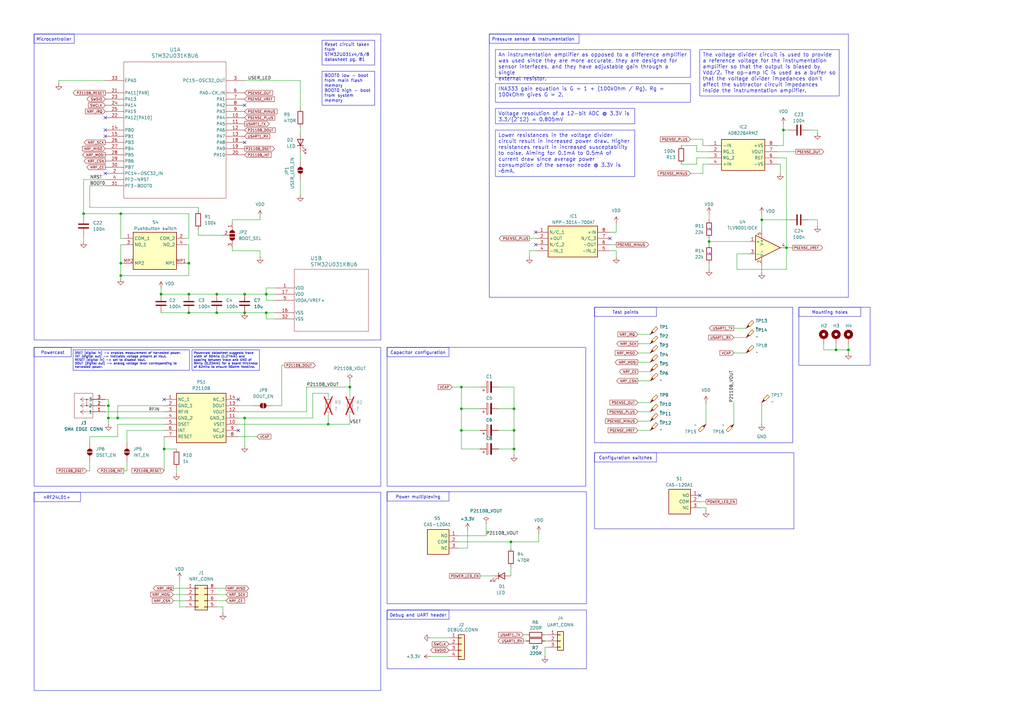
<source format=kicad_sch>
(kicad_sch (version 20231120) (generator "eeschema") (generator_version "8.0")
  (paper "A3")
  (title_block (title "Sensor Node") (rev "1") (company "TL-81"))
  (junction (at 189.23 176.53))
  (junction (at 44.45 166.37))
  (junction (at 49.53 113.03))
  (junction (at 347.98 143.51))
  (junction (at 210.82 184.15))
  (junction (at 88.9 128.27))
  (junction (at 49.53 87.63))
  (junction (at 321.31 53.34))
  (junction (at 44.45 171.45))
  (junction (at 66.04 120.65))
  (junction (at 322.58 101.6))
  (junction (at 143.51 158.75))
  (junction (at 48.26 171.45))
  (junction (at 109.22 120.65))
  (junction (at 189.23 158.75))
  (junction (at 67.31 184.15))
  (junction (at 49.53 107.95))
  (junction (at 342.9 143.51))
  (junction (at 189.23 167.64))
  (junction (at 77.47 107.95))
  (junction (at 77.47 128.27))
  (junction (at 100.33 128.27))
  (junction (at 210.82 167.64))
  (junction (at 312.42 90.17))
  (junction (at 209.55 222.25))
  (junction (at 109.22 128.27))
  (junction (at 100.33 120.65))
  (junction (at 210.82 176.53))
  (junction (at 134.62 173.99))
  (junction (at 77.47 120.65))
  (junction (at 34.29 87.63))
  (junction (at 88.9 120.65))
  (junction (at 100.33 171.45))
  (junction (at 290.83 99.06))
  (no_connect (at 43.18 48.26))
  (no_connect (at 43.18 53.34))
  (no_connect (at 250.19 97.79))
  (no_connect (at 287.02 203.2))
  (no_connect (at 43.18 71.12))
  (no_connect (at 97.79 163.83))
  (no_connect (at 67.31 163.83))
  (no_connect (at 100.33 43.18))
  (no_connect (at 219.71 100.33))
  (no_connect (at 97.79 176.53))
  (no_connect (at 43.18 55.88))
  (no_connect (at 219.71 95.25))
  (no_connect (at 100.33 58.42))
  (wire (pts (xy 109.22 120.65) (xy 109.22 123.19)))
  (wire (pts (xy 322.58 64.77) (xy 322.58 101.6)))
  (wire (pts (xy 115.57 149.86) (xy 116.84 149.86)))
  (wire (pts (xy 97.79 166.37) (xy 104.14 166.37)))
  (wire (pts (xy 287.02 208.28) (xy 289.56 208.28)))
  (wire (pts (xy 210.82 167.64) (xy 210.82 176.53)))
  (wire (pts (xy 36.83 76.2) (xy 43.18 76.2)))
  (wire (pts (xy 252.73 95.25) (xy 250.19 95.25)))
  (wire (pts (xy 35.56 193.04) (xy 36.83 193.04)))
  (wire (pts (xy 81.28 85.09) (xy 81.28 86.36)))
  (wire (pts (xy 261.62 144.78) (xy 266.7 144.78)))
  (wire (pts (xy 36.83 179.07) (xy 48.26 179.07)))
  (wire (pts (xy 337.82 140.97) (xy 337.82 143.51)))
  (wire (pts (xy 300.99 165.1) (xy 300.99 173.99)))
  (wire (pts (xy 312.42 165.1) (xy 312.42 173.99)))
  (wire (pts (xy 49.53 113.03) (xy 77.47 113.03)))
  (wire (pts (xy 252.73 105.41) (xy 252.73 102.87)))
  (wire (pts (xy 52.07 176.53) (xy 67.31 176.53)))
  (wire (pts (xy 123.19 62.23) (xy 123.19 66.04)))
  (wire (pts (xy 106.68 102.87) (xy 106.68 105.41)))
  (wire (pts (xy 97.79 171.45) (xy 100.33 171.45)))
  (wire (pts (xy 347.98 143.51) (xy 347.98 144.78)))
  (wire (pts (xy 67.31 184.15) (xy 67.31 193.04)))
  (wire (pts (xy 36.83 85.09) (xy 81.28 85.09)))
  (wire (pts (xy 209.55 232.41) (xy 209.55 236.22)))
  (wire (pts (xy 49.53 100.33) (xy 50.8 100.33)))
  (wire (pts (xy 217.17 105.41) (xy 217.17 102.87)))
  (wire (pts (xy 176.53 269.24) (xy 184.15 269.24)))
  (wire (pts (xy 300.99 138.43) (xy 306.07 138.43)))
  (wire (pts (xy 97.79 168.91) (xy 125.73 168.91)))
  (wire (pts (xy 106.68 90.17) (xy 106.68 88.9)))
  (wire (pts (xy 214.63 262.89) (xy 215.9 262.89)))
  (wire (pts (xy 43.18 163.83) (xy 44.45 163.83)))
  (wire (pts (xy 191.77 217.17) (xy 191.77 224.79)))
  (wire (pts (xy 189.23 176.53) (xy 196.85 176.53)))
  (wire (pts (xy 187.96 219.71) (xy 199.39 219.71)))
  (wire (pts (xy 109.22 120.65) (xy 109.22 118.11)))
  (wire (pts (xy 143.51 156.21) (xy 143.51 158.75)))
  (wire (pts (xy 290.83 107.95) (xy 290.83 110.49)))
  (wire (pts (xy 288.29 57.15) (xy 288.29 59.69)))
  (wire (pts (xy 300.99 134.62) (xy 306.07 134.62)))
  (wire (pts (xy 34.29 87.63) (xy 34.29 88.9)))
  (wire (pts (xy 100.33 120.65) (xy 109.22 120.65)))
  (wire (pts (xy 347.98 140.97) (xy 347.98 143.51)))
  (wire (pts (xy 95.25 101.6) (xy 95.25 102.87)))
  (wire (pts (xy 91.44 248.92) (xy 88.9 248.92)))
  (wire (pts (xy 288.29 71.12) (xy 288.29 67.31)))
  (wire (pts (xy 44.45 166.37) (xy 43.18 166.37)))
  (wire (pts (xy 52.07 176.53) (xy 52.07 181.61)))
  (wire (pts (xy 204.47 167.64) (xy 210.82 167.64)))
  (wire (pts (xy 189.23 184.15) (xy 196.85 184.15)))
  (wire (pts (xy 34.29 87.63) (xy 49.53 87.63)))
  (wire (pts (xy 49.53 87.63) (xy 49.53 97.79)))
  (wire (pts (xy 342.9 143.51) (xy 347.98 143.51)))
  (wire (pts (xy 252.73 102.87) (xy 250.19 102.87)))
  (wire (pts (xy 189.23 167.64) (xy 189.23 176.53)))
  (wire (pts (xy 288.29 59.69) (xy 290.83 59.69)))
  (wire (pts (xy 123.19 73.66) (xy 123.19 80.01)))
  (wire (pts (xy 44.45 166.37) (xy 44.45 171.45)))
  (wire (pts (xy 109.22 118.11) (xy 113.03 118.11)))
  (wire (pts (xy 100.33 171.45) (xy 100.33 182.88)))
  (wire (pts (xy 300.99 144.78) (xy 306.07 144.78)))
  (wire (pts (xy 322.58 101.6) (xy 322.58 110.49)))
  (wire (pts (xy 71.12 243.84) (xy 76.2 243.84)))
  (wire (pts (xy 312.42 109.22) (xy 312.42 111.76)))
  (wire (pts (xy 73.66 248.92) (xy 76.2 248.92)))
  (wire (pts (xy 48.26 166.37) (xy 67.31 166.37)))
  (wire (pts (xy 125.73 158.75) (xy 125.73 168.91)))
  (wire (pts (xy 318.77 67.31) (xy 320.04 67.31)))
  (wire (pts (xy 204.47 158.75) (xy 210.82 158.75)))
  (wire (pts (xy 290.83 87.63) (xy 290.83 90.17)))
  (wire (pts (xy 77.47 107.95) (xy 77.47 113.03)))
  (wire (pts (xy 77.47 107.95) (xy 76.2 107.95)))
  (wire (pts (xy 220.98 218.44) (xy 220.98 222.25)))
  (wire (pts (xy 48.26 171.45) (xy 67.31 171.45)))
  (wire (pts (xy 49.53 113.03) (xy 49.53 114.3)))
  (wire (pts (xy 283.21 57.15) (xy 288.29 57.15)))
  (wire (pts (xy 250.19 100.33) (xy 252.73 100.33)))
  (wire (pts (xy 34.29 87.63) (xy 34.29 73.66)))
  (wire (pts (xy 109.22 128.27) (xy 109.22 130.81)))
  (wire (pts (xy 44.45 171.45) (xy 44.45 173.99)))
  (wire (pts (xy 210.82 158.75) (xy 210.82 167.64)))
  (wire (pts (xy 283.21 71.12) (xy 288.29 71.12)))
  (wire (pts (xy 261.62 165.1) (xy 266.7 165.1)))
  (wire (pts (xy 95.25 90.17) (xy 106.68 90.17)))
  (wire (pts (xy 52.07 193.04) (xy 52.07 189.23)))
  (wire (pts (xy 331.47 53.34) (xy 335.28 53.34)))
  (wire (pts (xy 67.31 184.15) (xy 72.39 184.15)))
  (wire (pts (xy 72.39 191.77) (xy 72.39 194.31)))
  (wire (pts (xy 24.13 33.02) (xy 24.13 34.29)))
  (wire (pts (xy 287.02 205.74) (xy 289.56 205.74)))
  (wire (pts (xy 134.62 170.18) (xy 134.62 173.99)))
  (wire (pts (xy 312.42 90.17) (xy 323.85 90.17)))
  (wire (pts (xy 176.53 261.62) (xy 184.15 261.62)))
  (wire (pts (xy 189.23 158.75) (xy 196.85 158.75)))
  (wire (pts (xy 48.26 173.99) (xy 67.31 173.99)))
  (wire (pts (xy 204.47 184.15) (xy 210.82 184.15)))
  (wire (pts (xy 109.22 130.81) (xy 113.03 130.81)))
  (wire (pts (xy 318.77 62.23) (xy 326.39 62.23)))
  (wire (pts (xy 191.77 224.79) (xy 187.96 224.79)))
  (wire (pts (xy 312.42 87.63) (xy 312.42 90.17)))
  (wire (pts (xy 322.58 110.49) (xy 302.26 110.49)))
  (wire (pts (xy 204.47 176.53) (xy 210.82 176.53)))
  (wire (pts (xy 88.9 120.65) (xy 100.33 120.65)))
  (wire (pts (xy 302.26 104.14) (xy 302.26 110.49)))
  (wire (pts (xy 290.83 97.79) (xy 290.83 99.06)))
  (wire (pts (xy 134.62 161.29) (xy 134.62 162.56)))
  (wire (pts (xy 321.31 59.69) (xy 318.77 59.69)))
  (wire (pts (xy 36.83 193.04) (xy 36.83 189.23)))
  (wire (pts (xy 36.83 179.07) (xy 36.83 181.61)))
  (wire (pts (xy 199.39 214.63) (xy 199.39 219.71)))
  (wire (pts (xy 312.42 90.17) (xy 312.42 93.98)))
  (wire (pts (xy 66.04 120.65) (xy 77.47 120.65)))
  (wire (pts (xy 302.26 104.14) (xy 307.34 104.14)))
  (wire (pts (xy 320.04 67.31) (xy 320.04 71.12)))
  (wire (pts (xy 189.23 167.64) (xy 196.85 167.64)))
  (wire (pts (xy 43.18 168.91) (xy 67.31 168.91)))
  (wire (pts (xy 187.96 222.25) (xy 209.55 222.25)))
  (wire (pts (xy 109.22 128.27) (xy 113.03 128.27)))
  (wire (pts (xy 77.47 120.65) (xy 88.9 120.65)))
  (wire (pts (xy 209.55 222.25) (xy 220.98 222.25)))
  (wire (pts (xy 209.55 222.25) (xy 209.55 224.79)))
  (wire (pts (xy 321.31 53.34) (xy 323.85 53.34)))
  (wire (pts (xy 49.53 100.33) (xy 49.53 107.95)))
  (wire (pts (xy 71.12 246.38) (xy 76.2 246.38)))
  (wire (pts (xy 97.79 179.07) (xy 105.41 179.07)))
  (wire (pts (xy 223.52 262.89) (xy 224.79 262.89)))
  (wire (pts (xy 111.76 166.37) (xy 115.57 166.37)))
  (wire (pts (xy 125.73 158.75) (xy 143.51 158.75)))
  (wire (pts (xy 50.8 193.04) (xy 52.07 193.04)))
  (wire (pts (xy 88.9 246.38) (xy 92.71 246.38)))
  (wire (pts (xy 210.82 184.15) (xy 210.82 186.69)))
  (wire (pts (xy 261.62 176.53) (xy 266.7 176.53)))
  (wire (pts (xy 77.47 87.63) (xy 77.47 97.79)))
  (wire (pts (xy 261.62 140.97) (xy 266.7 140.97)))
  (wire (pts (xy 290.83 99.06) (xy 290.83 100.33)))
  (wire (pts (xy 342.9 140.97) (xy 342.9 143.51)))
  (wire (pts (xy 88.9 128.27) (xy 100.33 128.27)))
  (wire (pts (xy 261.62 168.91) (xy 266.7 168.91)))
  (wire (pts (xy 49.53 97.79) (xy 50.8 97.79)))
  (wire (pts (xy 77.47 100.33) (xy 76.2 100.33)))
  (wire (pts (xy 189.23 158.75) (xy 189.23 167.64)))
  (wire (pts (xy 217.17 102.87) (xy 219.71 102.87)))
  (wire (pts (xy 123.19 52.07) (xy 123.19 54.61)))
  (wire (pts (xy 91.44 251.46) (xy 91.44 248.92)))
  (wire (pts (xy 285.75 67.31) (xy 285.75 64.77)))
  (wire (pts (xy 219.71 97.79) (xy 217.17 97.79)))
  (wire (pts (xy 91.44 96.52) (xy 81.28 96.52)))
  (wire (pts (xy 73.66 237.49) (xy 73.66 248.92)))
  (wire (pts (xy 67.31 179.07) (xy 67.31 184.15)))
  (wire (pts (xy 223.52 265.43) (xy 223.52 269.24)))
  (wire (pts (xy 261.62 148.59) (xy 266.7 148.59)))
  (wire (pts (xy 49.53 107.95) (xy 50.8 107.95)))
  (wire (pts (xy 143.51 173.99) (xy 143.51 170.18)))
  (wire (pts (xy 128.27 171.45) (xy 100.33 171.45)))
  (wire (pts (xy 77.47 97.79) (xy 76.2 97.79)))
  (wire (pts (xy 100.33 33.02) (xy 123.19 33.02)))
  (wire (pts (xy 34.29 73.66) (xy 43.18 73.66)))
  (wire (pts (xy 106.68 102.87) (xy 95.25 102.87)))
  (wire (pts (xy 224.79 265.43) (xy 223.52 265.43)))
  (wire (pts (xy 285.75 62.23) (xy 285.75 59.69)))
  (wire (pts (xy 128.27 161.29) (xy 128.27 171.45)))
  (wire (pts (xy 214.63 260.35) (xy 215.9 260.35)))
  (wire (pts (xy 109.22 123.19) (xy 113.03 123.19)))
  (wire (pts (xy 337.82 143.51) (xy 342.9 143.51)))
  (wire (pts (xy 143.51 158.75) (xy 143.51 162.56)))
  (wire (pts (xy 95.25 90.17) (xy 95.25 91.44)))
  (wire (pts (xy 49.53 107.95) (xy 49.53 113.03)))
  (wire (pts (xy 322.58 101.6) (xy 325.12 101.6)))
  (wire (pts (xy 261.62 156.21) (xy 266.7 156.21)))
  (wire (pts (xy 109.22 120.65) (xy 113.03 120.65)))
  (wire (pts (xy 210.82 176.53) (xy 210.82 184.15)))
  (wire (pts (xy 321.31 53.34) (xy 321.31 59.69)))
  (wire (pts (xy 189.23 176.53) (xy 189.23 184.15)))
  (wire (pts (xy 285.75 59.69) (xy 279.4 59.69)))
  (wire (pts (xy 335.28 53.34) (xy 335.28 54.61)))
  (wire (pts (xy 279.4 67.31) (xy 285.75 67.31)))
  (wire (pts (xy 77.47 100.33) (xy 77.47 107.95)))
  (wire (pts (xy 81.28 96.52) (xy 81.28 93.98)))
  (wire (pts (xy 285.75 64.77) (xy 290.83 64.77)))
  (wire (pts (xy 48.26 179.07) (xy 48.26 173.99)))
  (wire (pts (xy 77.47 128.27) (xy 88.9 128.27)))
  (wire (pts (xy 289.56 208.28) (xy 289.56 209.55)))
  (wire (pts (xy 88.9 241.3) (xy 92.71 241.3)))
  (wire (pts (xy 71.12 241.3) (xy 76.2 241.3)))
  (wire (pts (xy 44.45 166.37) (xy 44.45 163.83)))
  (wire (pts (xy 331.47 90.17) (xy 335.28 90.17)))
  (wire (pts (xy 66.04 128.27) (xy 77.47 128.27)))
  (wire (pts (xy 36.83 85.09) (xy 36.83 76.2)))
  (wire (pts (xy 318.77 64.77) (xy 322.58 64.77)))
  (wire (pts (xy 66.04 118.11) (xy 66.04 120.65)))
  (wire (pts (xy 134.62 173.99) (xy 143.51 173.99)))
  (wire (pts (xy 43.18 33.02) (xy 24.13 33.02)))
  (wire (pts (xy 223.52 260.35) (xy 224.79 260.35)))
  (wire (pts (xy 261.62 172.72) (xy 266.7 172.72)))
  (wire (pts (xy 185.42 158.75) (xy 189.23 158.75)))
  (wire (pts (xy 134.62 161.29) (xy 128.27 161.29)))
  (wire (pts (xy 49.53 87.63) (xy 77.47 87.63)))
  (wire (pts (xy 289.56 165.1) (xy 289.56 173.99)))
  (wire (pts (xy 115.57 166.37) (xy 115.57 149.86)))
  (wire (pts (xy 123.19 33.02) (xy 123.19 44.45)))
  (wire (pts (xy 48.26 166.37) (xy 48.26 171.45)))
  (wire (pts (xy 290.83 99.06) (xy 307.34 99.06)))
  (wire (pts (xy 34.29 96.52) (xy 34.29 99.06)))
  (wire (pts (xy 196.85 236.22) (xy 201.93 236.22)))
  (wire (pts (xy 288.29 67.31) (xy 290.83 67.31)))
  (wire (pts (xy 100.33 128.27) (xy 109.22 128.27)))
  (wire (pts (xy 97.79 173.99) (xy 134.62 173.99)))
  (wire (pts (xy 252.73 91.44) (xy 252.73 95.25)))
  (wire (pts (xy 44.45 171.45) (xy 48.26 171.45)))
  (wire (pts (xy 285.75 62.23) (xy 290.83 62.23)))
  (wire (pts (xy 321.31 50.8) (xy 321.31 53.34)))
  (wire (pts (xy 88.9 243.84) (xy 92.71 243.84)))
  (wire (pts (xy 335.28 90.17) (xy 335.28 92.71)))
  (wire (pts (xy 261.62 152.4) (xy 266.7 152.4)))
  (wire (pts (xy 261.62 137.16) (xy 266.7 137.16)))
  (rectangle (start 158.75 250.19) (end 240.538 274.32))
  (rectangle (start 13.97 142.494) (end 29.21 146.304))
  (rectangle (start 158.75 250.19) (end 184.15 254))
  (rectangle (start 13.97 142.494) (end 156.21 199.39))
  (rectangle (start 327.66 125.984) (end 356.87 149.86))
  (rectangle (start 13.97 13.97) (end 30.48 17.78))
  (rectangle (start 158.75 201.676) (end 240.538 247.65))
  (rectangle (start 200.66 13.97) (end 237.49 17.78))
  (rectangle (start 158.75 201.676) (end 184.15 205.486))
  (rectangle (start 243.84 125.984) (end 269.24 129.794))
  (rectangle (start 243.84 125.984) (end 325.12 181.61))
  (rectangle (start 327.66 125.984) (end 353.06 129.794))
  (rectangle (start 13.97 13.97) (end 156.21 139.446))
  (rectangle (start 13.97 201.93) (end 33.02 205.74))
  (rectangle (start 243.84 185.674) (end 269.24 189.484))
  (rectangle (start 158.75 142.494) (end 240.284 199.39))
  (rectangle (start 243.84 185.674) (end 325.628 216.916))
  (rectangle (start 13.97 201.93) (end 156.21 283.21))
  (rectangle (start 200.66 13.97) (end 347.98 121.92))
  (rectangle (start 158.75 142.494) (end 184.15 146.304))
  (text_box "Reset circuit taken from STM32U031x4/6/8 datasheet pg. 81" (at 132.08 16.51 0) (size 21.59 10.16) (effects (font (size 1.27 1.27)) (justify left top)))
  (text_box "Lower resistances in the voltage divider circuit result in increased power draw. Higher resistances result in increased susceptability to noise. Aiming for 0.1mA to 0.5mA of current draw since average power consumption of the sensor node @ 3.3V is ~6mA." (at 203.2 53.34 0) (size 57.15 19.05) (effects (font (size 1.524 1.524)) (justify left top)))
  (text_box "INA333 gain equation is G = 1 + (100kOhm / Rg). Rg = 100kOhm gives G = 2.\n" (at 203.2 34.29 0) (size 80.01 7.62) (effects (font (size 1.524 1.524)) (justify left top)))
  (text_box "Voltage resolution of a 12-bit ADC @ 3.3V is 3.3/(2^12) = 0.805mV" (at 203.2 44.45 0) (size 57.15 6.35) (effects (font (size 1.524 1.524)) (justify left top)))
  (text_box "Powercast datasheet suggests trace width of 50mils (1.27mm) and\nspacing between trace and GND of 9mils (0.23mm) for a board thickness\nof 62mils to ensure 50ohm feedline." (at 78.74 143.51 0) (size 27.686 8.382) (effects (font (size 0.889 0.889)) (justify left top)))
  (text_box "The voltage divider circuit is used to provide a reference voltage for the instrumentation amplifier so that the output is biased by Vdd/2. The op-amp IC is used as a buffer so that the voltage divider impedances don't affect the subtractor circuit impedances inside the instrumentation amplifier." (at 287.02 20.32 0) (size 57.15 19.05) (effects (font (size 1.524 1.524)) (justify left top)))
  (text_box "An instrumentation amplifier as opposed to a difference amplifier\nwas used since they are more accurate, they are designed for\nsensor interfaces, and they have adjustable gain through a single\nexternal resistor." (at 203.2 20.32 0) (size 80.01 11.43) (effects (font (size 1.524 1.524)) (justify left top)))
  (text_box "BOOT0 low - boot from main flash memory\nBOOT0 high - boot from system memory" (at 132.08 29.21 0) (size 21.59 13.97) (effects (font (size 1.27 1.27)) (justify left top)))
  (text_box "DSET [digital in] -> enables measurement of harvested power.\nINT [digital out] -> indicates voltage present at Vout.\nRESET [digital in] -> set to disable Vout.\nDOUT [digital out] -> analog voltage level corresponding to harvested power.\n" (at 29.972 143.51 0) (size 47.752 8.382) (effects (font (size 0.889 0.889)) (justify left top)))
  (text "Test points" (at 256.54 128.27 0) (effects (font (size 1.27 1.27))))
  (text "Capacitor configuration" (at 171.45 144.78 0) (effects (font (size 1.27 1.27))))
  (text "nRF24L01+" (at 23.368 204.216 0) (effects (font (size 1.27 1.27))))
  (text "Microcontroller" (at 22.098 16.256 0) (effects (font (size 1.27 1.27))))
  (text "Powercast" (at 21.59 144.78 0) (effects (font (size 1.27 1.27))))
  (text "Power multiplexing" (at 171.45 203.962 0) (effects (font (size 1.27 1.27))))
  (text "Configuration switches" (at 256.54 187.96 0) (effects (font (size 1.27 1.27))))
  (text "Debug and UART header" (at 171.45 252.476 0) (effects (font (size 1.27 1.27))))
  (text "Mounting holes" (at 340.36 128.27 0) (effects (font (size 1.27 1.27))))
  (text "Pressure sensor & Instrumentation" (at 218.694 16.256 0) (effects (font (size 1.27 1.27))))
  (label "NRST" (at 41.91 73.66 180))
  (label "USER_LED" (at 101.6 33.02 0))
  (label "P2110B_VOUT" (at 300.99 165.1 90))
  (label "BOOT0" (at 43.18 76.2 180))
  (label "P2110B_VOUT" (at 125.73 158.75 0))
  (label "VSET" (at 143.51 173.99 0))
  (label "P2110B_VOUT" (at 199.39 219.71 0))
  (label "RFIN" (at 60.96 168.91 0))
  (global_label "PSENSE_MINUS" (shape input) (at 283.21 71.12 180) (effects (font (size 1.016 1.016))) (property "Intersheetrefs" "${INTERSHEET_REFS}" (effects (hide yes))))
  (global_label "P2110B_DOUT" (shape output) (at 116.84 149.86 0) (effects (font (size 1.016 1.016))) (property "Intersheetrefs" "${INTERSHEET_REFS}" (effects (hide yes))))
  (global_label "NRF_CE" (shape output) (at 261.62 152.4 180) (effects (font (size 1.016 1.016))) (property "Intersheetrefs" "${INTERSHEET_REFS}" (effects (hide yes))))
  (global_label "NRF_SCK" (shape output) (at 43.18 58.42 180) (effects (font (size 1.016 1.016))) (property "Intersheetrefs" "${INTERSHEET_REFS}" (effects (hide yes))))
  (global_label "PSENSE_OUT" (shape input) (at 261.62 165.1 180) (effects (font (size 1.016 1.016))) (property "Intersheetrefs" "${INTERSHEET_REFS}" (effects (hide yes))))
  (global_label "SWCLK" (shape input) (at 43.18 43.18 180) (effects (font (size 1.016 1.016))) (property "Intersheetrefs" "${INTERSHEET_REFS}" (effects (hide yes))))
  (global_label "NRF_CE" (shape input) (at 92.71 246.38 0) (effects (font (size 1.016 1.016))) (property "Intersheetrefs" "${INTERSHEET_REFS}" (effects (hide yes))))
  (global_label "USART1_TX" (shape output) (at 100.33 50.8 0) (effects (font (size 1.016 1.016))) (property "Intersheetrefs" "${INTERSHEET_REFS}" (effects (hide yes))))
  (global_label "SWCLK" (shape input) (at 184.15 264.16 180) (effects (font (size 1.016 1.016))) (property "Intersheetrefs" "${INTERSHEET_REFS}" (effects (hide yes))))
  (global_label "NRF_MISO" (shape output) (at 92.71 241.3 0) (effects (font (size 1.016 1.016))) (property "Intersheetrefs" "${INTERSHEET_REFS}" (effects (hide yes))))
  (global_label "P2110B_RESET" (shape output) (at 43.18 38.1 180) (effects (font (size 1.016 1.016))) (property "Intersheetrefs" "${INTERSHEET_REFS}" (effects (hide yes))))
  (global_label "SWDIO" (shape bidirectional) (at 43.18 40.64 180) (effects (font (size 1.016 1.016))) (property "Intersheetrefs" "${INTERSHEET_REFS}" (effects (hide yes))))
  (global_label "NRF_MOSI" (shape output) (at 43.18 63.5 180) (effects (font (size 1.016 1.016))) (property "Intersheetrefs" "${INTERSHEET_REFS}" (effects (hide yes))))
  (global_label "PSENSE_VREF" (shape input) (at 100.33 40.64 0) (effects (font (size 1.016 1.016))) (property "Intersheetrefs" "${INTERSHEET_REFS}" (effects (hide yes))))
  (global_label "USART1_RX" (shape input) (at 100.33 55.88 0) (effects (font (size 1.016 1.016))) (property "Intersheetrefs" "${INTERSHEET_REFS}" (effects (hide yes))))
  (global_label "PSENSE_OUT" (shape output) (at 326.39 62.23 0) (effects (font (size 1.016 1.016))) (property "Intersheetrefs" "${INTERSHEET_REFS}" (effects (hide yes))))
  (global_label "P2110B_DSET" (shape input) (at 35.56 193.04 180) (effects (font (size 1.016 1.016))) (property "Intersheetrefs" "${INTERSHEET_REFS}" (effects (hide yes))))
  (global_label "PSENSE_MINUS" (shape input) (at 100.33 45.72 0) (effects (font (size 1.016 1.016))) (property "Intersheetrefs" "${INTERSHEET_REFS}" (effects (hide yes))))
  (global_label "NRF_SCK" (shape input) (at 92.71 243.84 0) (effects (font (size 1.016 1.016))) (property "Intersheetrefs" "${INTERSHEET_REFS}" (effects (hide yes))))
  (global_label "NRF_CE" (shape output) (at 43.18 68.58 180) (effects (font (size 1.016 1.016))) (property "Intersheetrefs" "${INTERSHEET_REFS}" (effects (hide yes))))
  (global_label "P2110B_INT" (shape output) (at 50.8 193.04 180) (effects (font (size 1.016 1.016))) (property "Intersheetrefs" "${INTERSHEET_REFS}" (effects (hide yes))))
  (global_label "P2110B_DSET" (shape output) (at 100.33 60.96 0) (effects (font (size 1.016 1.016))) (property "Intersheetrefs" "${INTERSHEET_REFS}" (effects (hide yes))))
  (global_label "NRF_CSN" (shape output) (at 43.18 66.04 180) (effects (font (size 1.016 1.016))) (property "Intersheetrefs" "${INTERSHEET_REFS}" (effects (hide yes))))
  (global_label "P2110B_INT" (shape input) (at 100.33 63.5 0) (effects (font (size 1.016 1.016))) (property "Intersheetrefs" "${INTERSHEET_REFS}" (effects (hide yes))))
  (global_label "SWDIO" (shape bidirectional) (at 184.15 266.7 180) (effects (font (size 1.016 1.016))) (property "Intersheetrefs" "${INTERSHEET_REFS}" (effects (hide yes))))
  (global_label "NRF_IRQ" (shape input) (at 261.62 137.16 180) (effects (font (size 1.016 1.016))) (property "Intersheetrefs" "${INTERSHEET_REFS}" (effects (hide yes))))
  (global_label "PSENSE_PLUS" (shape input) (at 283.21 57.15 180) (effects (font (size 1.016 1.016))) (property "Intersheetrefs" "${INTERSHEET_REFS}" (effects (hide yes))))
  (global_label "NRF_IRQ" (shape output) (at 71.12 241.3 180) (effects (font (size 1.016 1.016))) (property "Intersheetrefs" "${INTERSHEET_REFS}" (effects (hide yes))))
  (global_label "PSENSE_OUT" (shape input) (at 100.33 38.1 0) (effects (font (size 1.016 1.016))) (property "Intersheetrefs" "${INTERSHEET_REFS}" (effects (hide yes))))
  (global_label "POWER_LED_EN" (shape passive) (at 289.56 205.74 0) (effects (font (size 1.016 1.016))) (property "Intersheetrefs" "${INTERSHEET_REFS}" (effects (hide yes))))
  (global_label "VCAP" (shape input) (at 105.41 179.07 0) (effects (font (size 1.016 1.016))) (property "Intersheetrefs" "${INTERSHEET_REFS}" (effects (hide yes))))
  (global_label "NRF_MOSI" (shape input) (at 71.12 243.84 180) (effects (font (size 1.016 1.016))) (property "Intersheetrefs" "${INTERSHEET_REFS}" (effects (hide yes))))
  (global_label "PSENSE_PLUS" (shape input) (at 100.33 48.26 0) (effects (font (size 1.016 1.016))) (property "Intersheetrefs" "${INTERSHEET_REFS}" (effects (hide yes))))
  (global_label "NRF_MISO" (shape input) (at 43.18 60.96 180) (effects (font (size 1.016 1.016))) (property "Intersheetrefs" "${INTERSHEET_REFS}" (effects (hide yes))))
  (global_label "NRF_CSN" (shape input) (at 71.12 246.38 180) (effects (font (size 1.016 1.016))) (property "Intersheetrefs" "${INTERSHEET_REFS}" (effects (hide yes))))
  (global_label "NRF_MOSI" (shape output) (at 261.62 148.59 180) (effects (font (size 1.016 1.016))) (property "Intersheetrefs" "${INTERSHEET_REFS}" (effects (hide yes))))
  (global_label "VCAP" (shape input) (at 300.99 144.78 180) (effects (font (size 1.016 1.016))) (property "Intersheetrefs" "${INTERSHEET_REFS}" (effects (hide yes))))
  (global_label "P2110B_DOUT" (shape input) (at 100.33 53.34 0) (effects (font (size 1.016 1.016))) (property "Intersheetrefs" "${INTERSHEET_REFS}" (effects (hide yes))))
  (global_label "PSENSE_MINUS" (shape input) (at 261.62 172.72 180) (effects (font (size 1.016 1.016))) (property "Intersheetrefs" "${INTERSHEET_REFS}" (effects (hide yes))))
  (global_label "PSENSE_VREF" (shape input) (at 261.62 176.53 180) (effects (font (size 1.016 1.016))) (property "Intersheetrefs" "${INTERSHEET_REFS}" (effects (hide yes))))
  (global_label "PSENSE_MINUS" (shape output) (at 252.73 100.33 0) (effects (font (size 1.016 1.016))) (property "Intersheetrefs" "${INTERSHEET_REFS}" (effects (hide yes))))
  (global_label "NRF_IRQ" (shape input) (at 43.18 45.72 180) (effects (font (size 1.016 1.016))) (property "Intersheetrefs" "${INTERSHEET_REFS}" (effects (hide yes))))
  (global_label "USART1_TX" (shape input) (at 214.63 260.35 180) (effects (font (size 1.016 1.016))) (property "Intersheetrefs" "${INTERSHEET_REFS}" (effects (hide yes))))
  (global_label "P2110B_RESET" (shape input) (at 67.31 193.04 180) (effects (font (size 1.016 1.016))) (property "Intersheetrefs" "${INTERSHEET_REFS}" (effects (hide yes))))
  (global_label "NRF_CSN" (shape output) (at 261.62 156.21 180) (effects (font (size 1.016 1.016))) (property "Intersheetrefs" "${INTERSHEET_REFS}" (effects (hide yes))))
  (global_label "NRF_SCK" (shape output) (at 261.62 140.97 180) (effects (font (size 1.016 1.016))) (property "Intersheetrefs" "${INTERSHEET_REFS}" (effects (hide yes))))
  (global_label "USART1_TX" (shape output) (at 300.99 134.62 180) (effects (font (size 1.016 1.016))) (property "Intersheetrefs" "${INTERSHEET_REFS}" (effects (hide yes))))
  (global_label "NRF_MISO" (shape input) (at 261.62 144.78 180) (effects (font (size 1.016 1.016))) (property "Intersheetrefs" "${INTERSHEET_REFS}" (effects (hide yes))))
  (global_label "VCAP" (shape input) (at 185.42 158.75 180) (effects (font (size 1.016 1.016))) (property "Intersheetrefs" "${INTERSHEET_REFS}" (effects (hide yes))))
  (global_label "PSENSE_VREF" (shape output) (at 325.12 101.6 0) (effects (font (size 1.016 1.016))) (property "Intersheetrefs" "${INTERSHEET_REFS}" (effects (hide yes))))
  (global_label "USART1_RX" (shape output) (at 214.63 262.89 180) (effects (font (size 1.016 1.016))) (property "Intersheetrefs" "${INTERSHEET_REFS}" (effects (hide yes))))
  (global_label "PSENSE_PLUS" (shape input) (at 261.62 168.91 180) (effects (font (size 1.016 1.016))) (property "Intersheetrefs" "${INTERSHEET_REFS}" (effects (hide yes))))
  (global_label "POWER_LED_EN" (shape passive) (at 196.85 236.22 180) (effects (font (size 1.016 1.016))) (property "Intersheetrefs" "${INTERSHEET_REFS}" (effects (hide yes))))
  (global_label "PSENSE_PLUS" (shape output) (at 217.17 97.79 180) (effects (font (size 1.016 1.016))) (property "Intersheetrefs" "${INTERSHEET_REFS}" (effects (hide yes))))
  (global_label "USART1_RX" (shape input) (at 300.99 138.43 180) (effects (font (size 1.016 1.016))) (property "Intersheetrefs" "${INTERSHEET_REFS}" (effects (hide yes))))
  (symbol (lib_id "power:GND") (at 289.56 209.55 0) (unit 1)
    (property "Reference" "#PWR036" (effects (hide yes)))
    (property "Value" "GND" (effects (hide yes)))
    (property "Description" "Power symbol creates a global label with name \"GND\" , ground" (effects (hide yes)))
  )
  (symbol (lib_id "Device:LED") (at 123.19 58.42 90) (unit 1)
    (property "Reference" "D2" (at 117.602 57.404 90) (effects (justify right)))
    (property "Value" "LED" (at 117.602 59.944 90) (effects (justify right)))
    (property "Footprint" "LED_SMD:LED_0402_1005Metric" (effects (hide yes)))
    (property "Description" "Light emitting diode" (effects (hide yes)))
    (property "Manufacturer_Part_Number" "150040GS73220 " (effects (hide yes)))
    (property "Mouser Part Number" " 710-150040GS73220 " (effects (hide yes)))
  )
  (symbol (lib_id "Connector:TestPoint_Probe") (at 312.42 165.1 0) (unit 1)
    (property "Reference" "TP17" (at 316.23 162.052 0) (effects (justify left)))
    (property "Value" "~" (at 316.23 164.7824 0) (effects (justify left)))
    (property "Footprint" "TestPoint:TestPoint_Pad_2.0x2.0mm" (effects (hide yes)))
    (property "Description" "test point (alternative probe-style design)" (effects (hide yes)))
    (property "Manufacturer_Part_Number" "RCT-0C " (effects (hide yes)))
    (property "Mouser Part Number" "279-RCT-0C " (effects (hide yes)))
  )
  (symbol (lib_id "Connector:TestPoint_Probe") (at 266.7 148.59 0) (unit 1)
    (property "Reference" "TP4" (at 270.51 145.542 0) (effects (justify left)))
    (property "Value" "~" (at 270.51 148.2724 0) (effects (justify left)))
    (property "Footprint" "TestPoint:TestPoint_Pad_1.5x1.5mm" (effects (hide yes)))
    (property "Description" "test point (alternative probe-style design)" (effects (hide yes)))
    (property "Manufacturer_Part_Number" "RCT-0C " (effects (hide yes)))
    (property "Mouser Part Number" "279-RCT-0C " (effects (hide yes)))
  )
  (symbol (lib_id "power:GND") (at 176.53 261.62 270) (unit 1)
    (property "Reference" "#PWR013" (effects (hide yes)))
    (property "Value" "GND" (effects (hide yes)))
    (property "Description" "Power symbol creates a global label with name \"GND\" , ground" (effects (hide yes)))
  )
  (symbol (lib_id "power:GND") (at 290.83 110.49 0) (unit 1)
    (property "Reference" "#PWR034" (effects (hide yes)))
    (property "Value" "GND" (effects (hide yes)))
    (property "Description" "Power symbol creates a global label with name \"GND\" , ground" (effects (hide yes)))
  )
  (symbol (lib_id "libtpms:CAS-120A1") (at 163.83 219.71 0) (unit 1)
    (property "Reference" "S5" (at 179.324 212.598 0))
    (property "Value" "CAS-120A1" (at 179.324 215.138 0))
    (property "Footprint" "libtpms:CAS120A1" (effects (hide yes)))
    (property "Datasheet" "https://www.nidec-copal-electronics.com/e/catalog/switch/cas.pdf" (effects (hide yes)))
    (property "Description" "Surface Mount Slide Switch Single Pole Double Throw (SPDT) 100 (Non-Switching) mA, 100 (Switching) mA Slide" (effects (hide yes)))
    (property "Height" "2.5" (effects (hide yes)))
    (property "Mouser Part Number" "229-CAS-120A1" (effects (hide yes)))
    (property "Mouser Price/Stock" "https://www.mouser.co.uk/ProductDetail/Nidec-Components/CAS-120A1?qs=XeJtXLiO41SLHVe%252BE1BF5w%3D%3D" (effects (hide yes)))
    (property "Manufacturer_Name" "Nidec Copal" (effects (hide yes)))
    (property "Manufacturer_Part_Number" "CAS-120A1" (effects (hide yes)))
  )
  (symbol (lib_id "power:VDD") (at 312.42 87.63 0) (unit 1)
    (property "Reference" "#PWR037" (effects (hide yes)))
    (property "Value" "VDD" (at 315.976 86.614 0))
    (property "Description" "Power symbol creates a global label with name \"VDD\"" (effects (hide yes)))
  )
  (symbol (lib_id "Mechanical:MountingHole_Pad") (at 342.9 138.43 0) (unit 1) (exclude_from_sim yes) (in_bom no)
    (property "Reference" "H3" (at 341.63 133.604 0) (effects (justify left)))
    (property "Value" "MountingHole" (effects (hide yes)))
    (property "Footprint" "MountingHole:MountingHole_2.2mm_M2_Pad" (effects (hide yes)))
    (property "Description" "Mounting Hole with connection" (effects (hide yes)))
  )
  (symbol (lib_id "Device:C") (at 327.66 90.17 90) (unit 1)
    (property "Reference" "C24" (at 327.66 94.742 90))
    (property "Value" "100n" (at 327.66 97.282 90))
    (property "Footprint" "Capacitor_SMD:C_0402_1005Metric" (effects (hide yes)))
    (property "Datasheet" "https://www.mouser.ca/datasheet/2/40/general_purpose-3169586.pdf" (effects (hide yes)))
    (property "Description" "Unpolarized capacitor" (effects (hide yes)))
    (property "Manufacturer_Part_Number" "0402X7R104KT7AT" (effects (hide yes)))
    (property "Mouser Part Number" "581-0402X7R104KT7AT" (effects (hide yes)))
  )
  (symbol (lib_id "power:GND") (at 123.19 80.01 0) (unit 1)
    (property "Reference" "#PWR018" (effects (hide yes)))
    (property "Value" "GND" (effects (hide yes)))
    (property "Description" "Power symbol creates a global label with name \"GND\" , ground" (effects (hide yes)))
  )
  (symbol (lib_id "Connector:TestPoint_Probe") (at 306.07 138.43 0) (unit 1)
    (property "Reference" "TP14" (at 309.88 135.382 0) (effects (justify left)))
    (property "Value" "~" (at 309.88 138.1124 0) (effects (justify left)))
    (property "Footprint" "TestPoint:TestPoint_Pad_2.0x2.0mm" (effects (hide yes)))
    (property "Description" "test point (alternative probe-style design)" (effects (hide yes)))
    (property "Manufacturer_Part_Number" "RCT-0C " (effects (hide yes)))
    (property "Mouser Part Number" "279-RCT-0C " (effects (hide yes)))
  )
  (symbol (lib_id "Device:C") (at 100.33 124.46 0) (unit 1)
    (property "Reference" "C7" (at 104.14 123.1899 0) (effects (justify left)))
    (property "Value" "10u" (at 104.14 125.7299 0) (effects (justify left)))
    (property "Footprint" "Capacitor_SMD:C_0402_1005Metric" (effects (hide yes)))
    (property "Description" "Unpolarized capacitor" (effects (hide yes)))
    (property "Manufacturer_Part_Number" "GRM155R60J106ME05D" (effects (hide yes)))
    (property "Mouser Part Number" "81-GRM155R60J106M05D" (effects (hide yes)))
  )
  (symbol (lib_id "libtpms:NPP-301A-700AT") (at 219.71 95.25 0) (unit 1)
    (property "Reference" "IC1" (at 235.204 88.646 0))
    (property "Value" "NPP-301A-700AT" (at 235.204 91.186 0))
    (property "Footprint" "libtpms:SOIC127P610X280-8N" (effects (hide yes)))
    (property "Datasheet" "https://www.arrow.com/en/products/npp-301a-700at/amphenol" (effects (hide yes)))
    (property "Description" "Board Mount Pressure Sensors 100 PSIA Non-Ported" (effects (hide yes)))
    (property "Height" "2.8" (effects (hide yes)))
    (property "Mouser Part Number" "527-NPP-301A-700AT" (effects (hide yes)))
    (property "Mouser Price/Stock" "https://www.mouser.co.uk/ProductDetail/Amphenol-Advanced-Sensors/NPP-301A-700AT?qs=7H2Jq%252ByxpJLx2e5J%2Fo8aXg%3D%3D" (effects (hide yes)))
    (property "Manufacturer_Name" "Amphenol" (effects (hide yes)))
    (property "Manufacturer_Part_Number" "NPP-301A-700AT" (effects (hide yes)))
  )
  (symbol (lib_id "Connector:TestPoint_Probe") (at 266.7 137.16 0) (unit 1)
    (property "Reference" "TP1" (at 270.51 134.112 0) (effects (justify left)))
    (property "Value" "~" (at 270.51 136.8424 0) (effects (justify left)))
    (property "Footprint" "TestPoint:TestPoint_Pad_1.5x1.5mm" (effects (hide yes)))
    (property "Description" "test point (alternative probe-style design)" (effects (hide yes)))
    (property "Manufacturer_Part_Number" "RCT-0C " (effects (hide yes)))
    (property "Mouser Part Number" "279-RCT-0C " (effects (hide yes)))
  )
  (symbol (lib_id "power:GND") (at 72.39 194.31 0) (unit 1)
    (property "Reference" "#PWR032" (effects (hide yes)))
    (property "Value" "GND" (effects (hide yes)))
    (property "Description" "Power symbol creates a global label with name \"GND\" , ground" (effects (hide yes)))
  )
  (symbol (lib_id "power:GND") (at 24.13 34.29 0) (unit 1)
    (property "Reference" "#PWR04" (effects (hide yes)))
    (property "Value" "GND" (effects (hide yes)))
    (property "Description" "Power symbol creates a global label with name \"GND\" , ground" (effects (hide yes)))
  )
  (symbol (lib_id "Device:R") (at 134.62 166.37 0) (unit 1) (dnp yes)
    (property "Reference" "R3" (at 137.16 165.0999 0) (effects (justify left)))
    (property "Value" "?" (at 137.16 167.6399 0) (effects (justify left)))
    (property "Footprint" "Resistor_SMD:R_0402_1005Metric" (effects (hide yes)))
    (property "Description" "Resistor" (effects (hide yes)))
  )
  (symbol (lib_id "Mechanical:MountingHole_Pad") (at 347.98 138.43 0) (unit 1) (exclude_from_sim yes) (in_bom no)
    (property "Reference" "H4" (at 346.71 133.604 0) (effects (justify left)))
    (property "Value" "MountingHole" (effects (hide yes)))
    (property "Footprint" "MountingHole:MountingHole_2.2mm_M2_Pad" (effects (hide yes)))
    (property "Description" "Mounting Hole with connection" (effects (hide yes)))
  )
  (symbol (lib_id "power:GND") (at 44.45 173.99 0) (unit 1)
    (property "Reference" "#PWR016" (effects (hide yes)))
    (property "Value" "GND" (effects (hide yes)))
    (property "Description" "Power symbol creates a global label with name \"GND\" , ground" (effects (hide yes)))
  )
  (symbol (lib_id "Connector:TestPoint_Probe") (at 266.7 172.72 0) (unit 1)
    (property "Reference" "TP11" (at 270.51 169.672 0) (effects (justify left)))
    (property "Value" "~" (at 270.51 172.4024 0) (effects (justify left)))
    (property "Footprint" "TestPoint:TestPoint_Pad_1.5x1.5mm" (effects (hide yes)))
    (property "Description" "test point (alternative probe-style design)" (effects (hide yes)))
    (property "Manufacturer_Part_Number" "RCT-0C " (effects (hide yes)))
    (property "Mouser Part Number" "279-RCT-0C " (effects (hide yes)))
  )
  (symbol (lib_id "power:PWR_FLAG") (at 143.51 156.21 0) (unit 1)
    (property "Reference" "#FLG01" (effects (hide yes)))
    (property "Value" "P2110B_VOUT" (at 143.51 151.13 0))
    (property "Description" "Special symbol for telling ERC where power comes from" (effects (hide yes)))
  )
  (symbol (lib_id "libtpms:AD8226ARMZ") (at 290.83 59.69 0) (unit 1)
    (property "Reference" "IC2" (at 304.8 52.07 0))
    (property "Value" "AD8226ARMZ" (at 304.8 54.61 0))
    (property "Footprint" "libtpms:SOP65P490X110-8N" (effects (hide yes)))
    (property "Datasheet" "http://www.analog.com/media/en/technical-documentation/data-sheets/AD8226.pdf" (effects (hide yes)))
    (property "Description" "Wide Supply Range, Rail-to-Rail Output Instrumentation Amplifier" (effects (hide yes)))
    (property "Height" "1.1" (effects (hide yes)))
    (property "Mouser Part Number" "584-AD8226ARMZ" (effects (hide yes)))
    (property "Mouser Price/Stock" "https://www.mouser.co.uk/ProductDetail/Analog-Devices/AD8226ARMZ?qs=%2FtpEQrCGXCzt4qnwBCHKiA%3D%3D" (effects (hide yes)))
    (property "Manufacturer_Name" "Analog Devices" (effects (hide yes)))
    (property "Manufacturer_Part_Number" "AD8226ARMZ" (effects (hide yes)))
  )
  (symbol (lib_id "Connector:TestPoint_Probe") (at 266.7 165.1 0) (unit 1)
    (property "Reference" "TP9" (at 270.51 162.052 0) (effects (justify left)))
    (property "Value" "~" (at 270.51 164.7824 0) (effects (justify left)))
    (property "Footprint" "TestPoint:TestPoint_Pad_1.5x1.5mm" (effects (hide yes)))
    (property "Description" "test point (alternative probe-style design)" (effects (hide yes)))
    (property "Manufacturer_Part_Number" "RCT-0C " (effects (hide yes)))
    (property "Mouser Part Number" "279-RCT-0C " (effects (hide yes)))
  )
  (symbol (lib_id "Jumper:SolderJumper_2_Open") (at 36.83 185.42 90) (unit 1) (exclude_from_sim yes) (in_bom no)
    (property "Reference" "JP6" (at 39.37 184.1499 90) (effects (justify right)))
    (property "Value" "DSET_EN" (at 39.37 186.6899 90) (effects (justify right)))
    (property "Footprint" "Jumper:SolderJumper-2_P1.3mm_Open_RoundedPad1.0x1.5mm" (effects (hide yes)))
    (property "Description" "Solder Jumper, 2-pole, open" (effects (hide yes)))
  )
  (symbol (lib_id "power:GND") (at 210.82 186.69 0) (unit 1)
    (property "Reference" "#PWR015" (effects (hide yes)))
    (property "Value" "GND" (effects (hide yes)))
    (property "Description" "Power symbol creates a global label with name \"GND\" , ground" (effects (hide yes)))
  )
  (symbol (lib_name "CAS-120A1_1") (lib_id "libtpms:CAS-120A1") (at 262.89 203.2 0) (unit 1)
    (property "Reference" "S1" (at 278.638 196.342 0))
    (property "Value" "CAS-120A1" (at 278.638 198.882 0))
    (property "Footprint" "libtpms:CAS120A1" (effects (hide yes)))
    (property "Datasheet" "https://www.nidec-copal-electronics.com/e/catalog/switch/cas.pdf" (effects (hide yes)))
    (property "Description" "Surface Mount Slide Switch Single Pole Double Throw (SPDT) 100 (Non-Switching) mA, 100 (Switching) mA Slide" (effects (hide yes)))
    (property "Height" "2.5" (effects (hide yes)))
    (property "Mouser Part Number" "229-CAS-120A1" (effects (hide yes)))
    (property "Mouser Price/Stock" "https://www.mouser.co.uk/ProductDetail/Nidec-Components/CAS-120A1?qs=XeJtXLiO41SLHVe%252BE1BF5w%3D%3D" (effects (hide yes)))
    (property "Manufacturer_Name" "Nidec Copal" (effects (hide yes)))
    (property "Manufacturer_Part_Number" "CAS-120A1" (effects (hide yes)))
  )
  (symbol (lib_id "power:VDD") (at 290.83 87.63 0) (unit 1)
    (property "Reference" "#PWR033" (effects (hide yes)))
    (property "Value" "VDD" (at 290.83 83.82 0))
    (property "Description" "Power symbol creates a global label with name \"VDD\"" (effects (hide yes)))
  )
  (symbol (lib_id "Connector:TestPoint_Probe") (at 300.99 173.99 180) (unit 1)
    (property "Reference" "TP16" (at 297.18 177.038 0) (effects (justify left)))
    (property "Value" "~" (at 297.18 174.3076 0) (effects (justify left)))
    (property "Footprint" "TestPoint:TestPoint_Pad_2.0x2.0mm" (effects (hide yes)))
    (property "Description" "test point (alternative probe-style design)" (effects (hide yes)))
    (property "Manufacturer_Part_Number" "RCT-0C " (effects (hide yes)))
    (property "Mouser Part Number" "279-RCT-0C " (effects (hide yes)))
  )
  (symbol (lib_id "power:GND") (at 312.42 111.76 0) (unit 1)
    (property "Reference" "#PWR038" (effects (hide yes)))
    (property "Value" "GND" (effects (hide yes)))
    (property "Description" "Power symbol creates a global label with name \"GND\" , ground" (effects (hide yes)))
  )
  (symbol (lib_id "Jumper:SolderJumper_2_Open") (at 107.95 166.37 180) (unit 1) (exclude_from_sim yes) (in_bom no)
    (property "Reference" "JP9" (at 107.95 160.02 0))
    (property "Value" "DOUT_EN" (at 107.95 162.56 0))
    (property "Footprint" "Jumper:SolderJumper-2_P1.3mm_Open_RoundedPad1.0x1.5mm" (effects (hide yes)))
    (property "Description" "Solder Jumper, 2-pole, open" (effects (hide yes)))
  )
  (symbol (lib_id "power:GND") (at 100.33 128.27 0) (unit 1)
    (property "Reference" "#PWR03" (effects (hide yes)))
    (property "Value" "GND" (effects (hide yes)))
    (property "Description" "Power symbol creates a global label with name \"GND\" , ground" (effects (hide yes)))
  )
  (symbol (lib_id "Device:C") (at 66.04 124.46 0) (unit 1)
    (property "Reference" "C2" (at 69.342 123.19 0) (effects (justify left)))
    (property "Value" "100n" (at 69.342 125.73 0) (effects (justify left)))
    (property "Footprint" "Capacitor_SMD:C_0402_1005Metric" (effects (hide yes)))
    (property "Datasheet" "https://www.mouser.ca/datasheet/2/40/general_purpose-3169586.pdf" (effects (hide yes)))
    (property "Description" "Unpolarized capacitor" (effects (hide yes)))
    (property "Manufacturer_Part_Number" "0402X7R104KT7AT" (effects (hide yes)))
    (property "Mouser Part Number" "581-0402X7R104KT7AT" (effects (hide yes)))
  )
  (symbol (lib_id "power:VDD") (at 73.66 237.49 0) (unit 1)
    (property "Reference" "#PWR043" (effects (hide yes)))
    (property "Value" "VDD" (at 73.66 233.426 0))
    (property "Description" "Power symbol creates a global label with name \"VDD\"" (effects (hide yes)))
  )
  (symbol (lib_id "libtpms:P2110B") (at 67.31 163.83 0) (unit 1)
    (property "Reference" "PS1" (at 82.55 156.718 0))
    (property "Value" "P2110B" (at 82.55 159.258 0))
    (property "Footprint" "libtpms:P2110B" (effects (hide yes)))
    (property "Datasheet" "https://componentsearchengine.com/Datasheets/1/P2110B.pdf" (effects (hide yes)))
    (property "Description" "Energy Harvesting Modules Powerharvester Receiver - 915 MHz" (effects (hide yes)))
    (property "Height" "2.3114" (effects (hide yes)))
    (property "Mouser Part Number" "582-P2110B" (effects (hide yes)))
    (property "Mouser Price/Stock" "https://www.mouser.co.uk/ProductDetail/Powercast/P2110B?qs=VAB4DzKv5wViaDUvcUIcdQ%3D%3D" (effects (hide yes)))
    (property "Manufacturer_Name" "Powercast" (effects (hide yes)))
    (property "Manufacturer_Part_Number" "P2110B" (effects (hide yes)))
  )
  (symbol (lib_id "Mechanical:MountingHole_Pad") (at 337.82 138.43 0) (unit 1) (exclude_from_sim yes) (in_bom no)
    (property "Reference" "H2" (at 336.55 133.604 0) (effects (justify left)))
    (property "Value" "MountingHole" (effects (hide yes)))
    (property "Footprint" "MountingHole:MountingHole_2.2mm_M2_Pad" (effects (hide yes)))
    (property "Description" "Mounting Hole with connection" (effects (hide yes)))
  )
  (symbol (lib_id "Connector:TestPoint_Probe") (at 266.7 140.97 0) (unit 1)
    (property "Reference" "TP2" (at 270.51 137.922 0) (effects (justify left)))
    (property "Value" "~" (at 270.51 140.6524 0) (effects (justify left)))
    (property "Footprint" "TestPoint:TestPoint_Pad_1.5x1.5mm" (effects (hide yes)))
    (property "Description" "test point (alternative probe-style design)" (effects (hide yes)))
    (property "Manufacturer_Part_Number" "RCT-0C " (effects (hide yes)))
    (property "Mouser Part Number" "279-RCT-0C " (effects (hide yes)))
  )
  (symbol (lib_id "libtpms:732511150") (at 43.18 168.91 180) (unit 1)
    (property "Reference" "J3" (at 34.29 173.482 0))
    (property "Value" "SMA EDGE CONN" (at 34.29 176.022 0))
    (property "Footprint" "libtpms:CONN_73251-1150_MOL" (effects (hide yes)))
    (property "Datasheet" "732511150" (effects (hide yes)))
    (property "Manufacturer_Part_Number" "73251-1150" (effects (hide yes)))
    (property "Mouser Part Number" "538-73251-1150" (effects (hide yes)))
  )
  (symbol (lib_id "libtpms:TS21-34-035-BK-160-SMT-TR") (at 49.53 97.79 0) (unit 1)
    (property "Reference" "S4" (at 63.754 91.186 0))
    (property "Value" "Pushbutton switch" (at 63.754 93.726 0))
    (property "Footprint" "libtpms:TS2134035BK160SMTTR" (effects (hide yes)))
    (property "Datasheet" "https://www.cuidevices.com/product/resource/ts21.pdf" (effects (hide yes)))
    (property "Description" "3.4 x 3.4 mm, 0.35 mm Actuator Height, 160 gf, Surface Mount, SPST, Black Illuminated, Tactile Switch" (effects (hide yes)))
    (property "Height" "1.7" (effects (hide yes)))
    (property "Mouser Part Number" "179-134035BK160SMTTR" (effects (hide yes)))
    (property "Mouser Price/Stock" "https://www.mouser.co.uk/ProductDetail/CUI-Devices/TS21-34-035-BK-160-SMT-TR?qs=1Kr7Jg1SGW9zzGN58LP5Sg%3D%3D" (effects (hide yes)))
    (property "Manufacturer_Name" "CUI Devices" (effects (hide yes)))
    (property "Manufacturer_Part_Number" "TS21-34-035-BK-160-SMT-TR" (effects (hide yes)))
  )
  (symbol (lib_id "Jumper:SolderJumper_2_Open") (at 123.19 69.85 90) (unit 1) (exclude_from_sim yes) (in_bom no)
    (property "Reference" "JP1" (at 117.602 68.326 0) (effects (justify right)))
    (property "Value" "USER_LED_EN" (at 119.888 64.516 0) (effects (justify right)))
    (property "Footprint" "Jumper:SolderJumper-2_P1.3mm_Open_RoundedPad1.0x1.5mm" (effects (hide yes)))
    (property "Description" "Solder Jumper, 2-pole, open" (effects (hide yes)))
  )
  (symbol (lib_id "Device:R") (at 290.83 104.14 0) (unit 1)
    (property "Reference" "R14" (at 284.988 102.87 0) (effects (justify left)))
    (property "Value" "22k" (at 284.988 105.41 0) (effects (justify left)))
    (property "Footprint" "Resistor_SMD:R_0402_1005Metric" (effects (hide yes)))
    (property "Description" "Resistor" (effects (hide yes)))
    (property "Manufacturer_Part_Number" "ERJ-H2RD2202X" (effects (hide yes)))
    (property "Mouser Part Number" "667-ERJ-H2RD2202X" (effects (hide yes)))
    (property "Tolerance" "1%" (at 290.83 104.14 0) (effects (font (size 0.762 0.762))))
  )
  (symbol (lib_id "power:VDD") (at 220.98 218.44 0) (unit 1)
    (property "Reference" "#PWR019" (effects (hide yes)))
    (property "Value" "VDD" (at 220.98 213.36 0))
    (property "Description" "Power symbol creates a global label with name \"VDD\"" (effects (hide yes)))
  )
  (symbol (lib_id "power:VDD") (at 66.04 118.11 0) (unit 1)
    (property "Reference" "#PWR02" (effects (hide yes)))
    (property "Value" "VDD" (at 69.596 116.332 0))
    (property "Description" "Power symbol creates a global label with name \"VDD\"" (effects (hide yes)))
  )
  (symbol (lib_id "Device:R") (at 219.71 262.89 270) (unit 1)
    (property "Reference" "R7" (at 218.186 265.684 90) (effects (justify left)))
    (property "Value" "220R" (at 217.17 267.97 90) (effects (justify left)))
    (property "Footprint" "Resistor_SMD:R_0402_1005Metric" (effects (hide yes)))
    (property "Description" "Resistor" (effects (hide yes)))
    (property "Manufacturer_Part_Number" "ERJ-2RHD2200X" (effects (hide yes)))
    (property "Mouser Part Number" "667-ERJ-2RHD2200X" (effects (hide yes)))
  )
  (symbol (lib_id "Device:R") (at 143.51 166.37 0) (unit 1) (dnp yes)
    (property "Reference" "R2" (at 146.05 165.0999 0) (effects (justify left)))
    (property "Value" "?" (at 146.05 167.6399 0) (effects (justify left)))
    (property "Footprint" "Resistor_SMD:R_0402_1005Metric" (effects (hide yes)))
    (property "Description" "Resistor" (effects (hide yes)))
  )
  (symbol (lib_id "power:+3.3V") (at 176.53 269.24 90) (unit 1)
    (property "Reference" "#PWR014" (effects (hide yes)))
    (property "Value" "+3.3V" (at 172.466 269.24 90) (effects (justify left)))
    (property "Description" "Power symbol creates a global label with name \"+3.3V\"" (effects (hide yes)))
  )
  (symbol (lib_id "Amplifier_Operational:TLV9001IDCK") (at 312.42 101.6 0) (unit 1)
    (property "Reference" "U4" (at 304.546 90.932 0))
    (property "Value" "TLV9001IDCK" (at 304.546 93.472 0))
    (property "Footprint" "Package_TO_SOT_SMD:SOT-353_SC-70-5" (effects (hide yes)))
    (property "Datasheet" "https://www.ti.com/lit/ds/symlink/tlv9001.pdf" (effects (hide yes)))
    (property "Description" "Low-power, Rail-to-Rail, 1MHz Operational Amplifier, SOT-353" (effects (hide yes)))
    (property "Manufacturer_Part_Number" "TLV9001IDCKR " (effects (hide yes)))
    (property "Mouser Part Number" " 595-TLV9001IDCKR " (effects (hide yes)))
  )
  (symbol (lib_id "Device:C_Polarized") (at 200.66 158.75 90) (unit 1)
    (property "Reference" "C1" (at 200.66 154.432 90))
    (property "Value" "C_Polarized" (effects (hide yes)))
    (property "Footprint" "libtpms:CAPPM7362X375N" (effects (hide yes)))
    (property "Description" "Polarized capacitor" (effects (hide yes)))
    (property "Manufacturer_Part_Number" "F720J108MMCAQ2 " (effects (hide yes)))
    (property "Mouser Part Number" " 581-F720J108MMCAQ2 " (effects (hide yes)))
  )
  (symbol (lib_id "Connector:TestPoint_Probe") (at 266.7 156.21 0) (unit 1)
    (property "Reference" "TP6" (at 270.51 153.162 0) (effects (justify left)))
    (property "Value" "~" (at 270.51 155.8924 0) (effects (justify left)))
    (property "Footprint" "TestPoint:TestPoint_Pad_1.5x1.5mm" (effects (hide yes)))
    (property "Description" "test point (alternative probe-style design)" (effects (hide yes)))
    (property "Manufacturer_Part_Number" "RCT-0C " (effects (hide yes)))
    (property "Mouser Part Number" "279-RCT-0C " (effects (hide yes)))
  )
  (symbol (lib_id "Device:R") (at 72.39 187.96 0) (unit 1)
    (property "Reference" "R10" (at 74.93 186.6899 0) (effects (justify left)))
    (property "Value" "1k" (at 74.93 189.2299 0) (effects (justify left)))
    (property "Footprint" "Resistor_SMD:R_0402_1005Metric" (effects (hide yes)))
    (property "Description" "Resistor" (effects (hide yes)))
    (property "Manufacturer_Part_Number" "ERJ-2GEJ102X" (effects (hide yes)))
    (property "Mouser Part Number" " 667-ERJ-2GEJ102X " (effects (hide yes)))
  )
  (symbol (lib_id "Device:C_Polarized") (at 200.66 167.64 90) (unit 1)
    (property "Reference" "C5" (at 200.66 163.322 90))
    (property "Value" "C_Polarized" (effects (hide yes)))
    (property "Footprint" "libtpms:CAPPM7362X375N" (effects (hide yes)))
    (property "Description" "Polarized capacitor" (effects (hide yes)))
    (property "Manufacturer_Part_Number" "F720J108MMCAQ2 " (effects (hide yes)))
    (property "Mouser Part Number" " 581-F720J108MMCAQ2 " (effects (hide yes)))
  )
  (symbol (lib_id "Connector:TestPoint_Probe") (at 266.7 144.78 0) (unit 1)
    (property "Reference" "TP3" (at 270.51 141.732 0) (effects (justify left)))
    (property "Value" "~" (at 270.51 144.4624 0) (effects (justify left)))
    (property "Footprint" "TestPoint:TestPoint_Pad_1.5x1.5mm" (effects (hide yes)))
    (property "Description" "test point (alternative probe-style design)" (effects (hide yes)))
    (property "Manufacturer_Part_Number" "RCT-0C " (effects (hide yes)))
    (property "Mouser Part Number" "279-RCT-0C " (effects (hide yes)))
  )
  (symbol (lib_id "power:VDD") (at 252.73 91.44 0) (unit 1)
    (property "Reference" "#PWR010" (effects (hide yes)))
    (property "Value" "VDD" (at 252.73 86.36 0))
    (property "Description" "Power symbol creates a global label with name \"VDD\"" (effects (hide yes)))
  )
  (symbol (lib_id "Connector_Generic:Conn_01x03") (at 229.87 262.89 0) (unit 1)
    (property "Reference" "J4" (at 228.6 253.492 0) (effects (justify left)))
    (property "Value" "UART_CONN" (at 224.282 256.286 0) (effects (justify left)))
    (property "Footprint" "Connector_PinHeader_2.54mm:PinHeader_1x03_P2.54mm_Vertical" (effects (hide yes)))
    (property "Description" "Generic connector, single row, 01x03, script generated (kicad-library-utils/schlib/autogen/connector/)" (effects (hide yes)))
  )
  (symbol (lib_id "Jumper:SolderJumper_3_Open") (at 95.25 96.52 270) (unit 1) (exclude_from_sim yes) (in_bom no)
    (property "Reference" "JP2" (at 97.79 95.2499 90) (effects (justify left)))
    (property "Value" "BOOT_SEL" (at 97.79 97.7899 90) (effects (justify left)))
    (property "Footprint" "Jumper:SolderJumper-3_P1.3mm_Open_RoundedPad1.0x1.5mm" (effects (hide yes)))
    (property "Description" "Solder Jumper, 3-pole, open" (effects (hide yes)))
  )
  (symbol (lib_id "Device:R") (at 81.28 90.17 0) (unit 1)
    (property "Reference" "R1" (at 83.82 88.8999 0) (effects (justify left)))
    (property "Value" "100k" (at 83.82 91.4399 0) (effects (justify left)))
    (property "Footprint" "Resistor_SMD:R_0402_1005Metric" (effects (hide yes)))
    (property "Description" "Resistor" (effects (hide yes)))
    (property "Manufacturer_Part_Number" "ERJ-U02J104X" (effects (hide yes)))
    (property "Mouser Part Number" " 667-ERJ-U02J104X " (effects (hide yes)))
  )
  (symbol (lib_id "power:GND") (at 106.68 105.41 0) (unit 1)
    (property "Reference" "#PWR06" (effects (hide yes)))
    (property "Value" "GND" (effects (hide yes)))
    (property "Description" "Power symbol creates a global label with name \"GND\" , ground" (effects (hide yes)))
  )
  (symbol (lib_id "power:GND") (at 100.33 182.88 0) (unit 1)
    (property "Reference" "#PWR017" (effects (hide yes)))
    (property "Value" "GND" (effects (hide yes)))
    (property "Description" "Power symbol creates a global label with name \"GND\" , ground" (effects (hide yes)))
  )
  (symbol (lib_id "Connector:TestPoint_Probe") (at 306.07 144.78 0) (unit 1)
    (property "Reference" "TP18" (at 309.88 141.732 0) (effects (justify left)))
    (property "Value" "~" (at 309.88 144.4624 0) (effects (justify left)))
    (property "Footprint" "TestPoint:TestPoint_Pad_2.0x2.0mm" (effects (hide yes)))
    (property "Description" "test point (alternative probe-style design)" (effects (hide yes)))
    (property "Manufacturer_Part_Number" "RCT-0C " (effects (hide yes)))
    (property "Mouser Part Number" "279-RCT-0C " (effects (hide yes)))
  )
  (symbol (lib_id "power:+3.3V") (at 191.77 217.17 0) (unit 1)
    (property "Reference" "#PWR020" (effects (hide yes)))
    (property "Value" "+3.3V" (at 188.722 212.852 0) (effects (justify left)))
    (property "Description" "Power symbol creates a global label with name \"+3.3V\"" (effects (hide yes)))
  )
  (symbol (lib_id "power:GND") (at 34.29 99.06 0) (unit 1)
    (property "Reference" "#PWR042" (effects (hide yes)))
    (property "Value" "GND" (effects (hide yes)))
    (property "Description" "Power symbol creates a global label with name \"GND\" , ground" (effects (hide yes)))
  )
  (symbol (lib_id "Connector_Generic:Conn_02x04_Counter_Clockwise") (at 81.28 243.84 0) (unit 1)
    (property "Reference" "J1" (at 82.55 234.95 0))
    (property "Value" "NRF_CONN" (at 82.55 237.49 0))
    (property "Footprint" "Connector_PinSocket_2.54mm:PinSocket_2x04_P2.54mm_Vertical" (effects (hide yes)))
    (property "Description" "Generic connector, double row, 02x04, counter clockwise pin numbering scheme (similar to DIP package numbering), script generated (kicad-library-utils/schlib/autogen/connector/)" (effects (hide yes)))
    (property "Manufacturer_Part_Number" "90151-2104 " (effects (hide yes)))
    (property "Mouser Part Number" "538-90151-2104 " (effects (hide yes)))
  )
  (symbol (lib_id "power:VDD") (at 321.31 50.8 0) (unit 1)
    (property "Reference" "#PWR035" (effects (hide yes)))
    (property "Value" "VDD" (at 321.31 45.72 0))
    (property "Description" "Power symbol creates a global label with name \"VDD\"" (effects (hide yes)))
  )
  (symbol (lib_id "Connector:TestPoint_Probe") (at 306.07 134.62 0) (unit 1)
    (property "Reference" "TP13" (at 309.88 131.572 0) (effects (justify left)))
    (property "Value" "~" (at 309.88 134.3024 0) (effects (justify left)))
    (property "Footprint" "TestPoint:TestPoint_Pad_2.0x2.0mm" (effects (hide yes)))
    (property "Description" "test point (alternative probe-style design)" (effects (hide yes)))
    (property "Manufacturer_Part_Number" "RCT-0C " (effects (hide yes)))
    (property "Mouser Part Number" "279-RCT-0C " (effects (hide yes)))
  )
  (symbol (lib_id "Jumper:SolderJumper_2_Open") (at 52.07 185.42 90) (unit 1) (exclude_from_sim yes) (in_bom no)
    (property "Reference" "JP5" (at 54.61 184.1499 90) (effects (justify right)))
    (property "Value" "INT_EN" (at 54.61 186.6899 90) (effects (justify right)))
    (property "Footprint" "Jumper:SolderJumper-2_P1.3mm_Open_RoundedPad1.0x1.5mm" (effects (hide yes)))
    (property "Description" "Solder Jumper, 2-pole, open" (effects (hide yes)))
  )
  (symbol (lib_id "Device:LED") (at 205.74 236.22 0) (unit 1)
    (property "Reference" "D1" (at 207.264 240.538 0) (effects (justify right)))
    (property "Value" "LED" (at 207.264 243.078 0) (effects (justify right)))
    (property "Footprint" "LED_SMD:LED_0402_1005Metric" (effects (hide yes)))
    (property "Description" "Light emitting diode" (effects (hide yes)))
    (property "Manufacturer_Part_Number" "150040GS73220 " (effects (hide yes)))
    (property "Mouser Part Number" " 710-150040GS73220 " (effects (hide yes)))
  )
  (symbol (lib_id "power:VDD") (at 289.56 165.1 0) (unit 1)
    (property "Reference" "#PWR039" (effects (hide yes)))
    (property "Value" "VDD" (at 289.56 160.02 0))
    (property "Description" "Power symbol creates a global label with name \"VDD\"" (effects (hide yes)))
  )
  (symbol (lib_id "power:GND") (at 223.52 269.24 0) (unit 1)
    (property "Reference" "#PWR023" (effects (hide yes)))
    (property "Value" "GND" (effects (hide yes)))
    (property "Description" "Power symbol creates a global label with name \"GND\" , ground" (effects (hide yes)))
  )
  (symbol (lib_id "Device:R") (at 209.55 228.6 0) (unit 1)
    (property "Reference" "R4" (at 212.09 227.3299 0) (effects (justify left)))
    (property "Value" "470R" (at 212.09 229.8699 0) (effects (justify left)))
    (property "Footprint" "Resistor_SMD:R_0402_1005Metric" (effects (hide yes)))
    (property "Description" "Resistor" (effects (hide yes)))
    (property "Manufacturer_Part_Number" "ERJ-2RHD471X" (effects (hide yes)))
    (property "Mouser Part Number" "667-ERJ-2RHD471X" (effects (hide yes)))
  )
  (symbol (lib_id "Device:C_Polarized") (at 200.66 184.15 90) (unit 1)
    (property "Reference" "C8" (at 200.66 179.832 90))
    (property "Value" "C_Polarized" (effects (hide yes)))
    (property "Footprint" "libtpms:CAPPM7362X375N" (effects (hide yes)))
    (property "Description" "Polarized capacitor" (effects (hide yes)))
    (property "Manufacturer_Part_Number" "F720J108MMCAQ2 " (effects (hide yes)))
    (property "Mouser Part Number" " 581-F720J108MMCAQ2 " (effects (hide yes)))
  )
  (symbol (lib_id "Device:R") (at 279.4 63.5 180) (unit 1)
    (property "Reference" "R13" (at 277.114 64.516 0) (effects (justify left)))
    (property "Value" "100k" (at 277.114 61.976 0) (effects (justify left)))
    (property "Footprint" "Resistor_SMD:R_0402_1005Metric" (effects (hide yes)))
    (property "Description" "Resistor" (effects (hide yes)))
    (property "Manufacturer_Part_Number" "ERJ-U02J104X" (effects (hide yes)))
    (property "Mouser Part Number" " 667-ERJ-U02J104X " (effects (hide yes)))
  )
  (symbol (lib_id "Device:C_Polarized") (at 200.66 176.53 90) (unit 1)
    (property "Reference" "C6" (at 200.66 172.212 90))
    (property "Value" "C_Polarized" (effects (hide yes)))
    (property "Footprint" "libtpms:CAPPM7362X375N" (effects (hide yes)))
    (property "Description" "Polarized capacitor" (effects (hide yes)))
    (property "Manufacturer_Part_Number" "F720J108MMCAQ2 " (effects (hide yes)))
    (property "Mouser Part Number" " 581-F720J108MMCAQ2 " (effects (hide yes)))
  )
  (symbol (lib_id "Device:R") (at 219.71 260.35 270) (unit 1)
    (property "Reference" "R6" (at 218.186 255.27 90) (effects (justify left)))
    (property "Value" "220R" (at 217.17 257.556 90) (effects (justify left)))
    (property "Footprint" "Resistor_SMD:R_0402_1005Metric" (effects (hide yes)))
    (property "Description" "Resistor" (effects (hide yes)))
    (property "Manufacturer_Part_Number" "ERJ-2RHD2200X" (effects (hide yes)))
    (property "Mouser Part Number" "667-ERJ-2RHD2200X" (effects (hide yes)))
  )
  (symbol (lib_id "Connector:TestPoint_Probe") (at 266.7 152.4 0) (unit 1)
    (property "Reference" "TP5" (at 270.51 149.352 0) (effects (justify left)))
    (property "Value" "~" (at 270.51 152.0824 0) (effects (justify left)))
    (property "Footprint" "TestPoint:TestPoint_Pad_1.5x1.5mm" (effects (hide yes)))
    (property "Description" "test point (alternative probe-style design)" (effects (hide yes)))
    (property "Manufacturer_Part_Number" "RCT-0C " (effects (hide yes)))
    (property "Mouser Part Number" "279-RCT-0C " (effects (hide yes)))
  )
  (symbol (lib_id "power:GND") (at 347.98 144.78 0) (unit 1)
    (property "Reference" "#PWR022" (effects (hide yes)))
    (property "Value" "GND" (effects (hide yes)))
    (property "Description" "Power symbol creates a global label with name \"GND\" , ground" (effects (hide yes)))
  )
  (symbol (lib_id "Device:C") (at 88.9 124.46 0) (unit 1)
    (property "Reference" "C4" (at 92.71 123.1899 0) (effects (justify left)))
    (property "Value" "100n" (at 92.71 125.7299 0) (effects (justify left)))
    (property "Footprint" "Capacitor_SMD:C_0402_1005Metric" (effects (hide yes)))
    (property "Datasheet" "https://www.mouser.ca/datasheet/2/40/general_purpose-3169586.pdf" (effects (hide yes)))
    (property "Description" "Unpolarized capacitor" (effects (hide yes)))
    (property "Manufacturer_Part_Number" "0402X7R104KT7AT" (effects (hide yes)))
    (property "Mouser Part Number" "581-0402X7R104KT7AT" (effects (hide yes)))
  )
  (symbol (lib_id "Device:R") (at 123.19 48.26 0) (unit 1)
    (property "Reference" "R5" (at 116.332 46.99 0) (effects (justify left)))
    (property "Value" "470R" (at 116.332 49.53 0) (effects (justify left)))
    (property "Footprint" "Resistor_SMD:R_0402_1005Metric" (effects (hide yes)))
    (property "Description" "Resistor" (effects (hide yes)))
    (property "Manufacturer_Part_Number" "ERJ-2RHD471X" (effects (hide yes)))
    (property "Mouser Part Number" "667-ERJ-2RHD471X" (effects (hide yes)))
  )
  (symbol (lib_id "power:GND") (at 335.28 54.61 0) (unit 1)
    (property "Reference" "#PWR024" (effects (hide yes)))
    (property "Value" "GND" (effects (hide yes)))
    (property "Description" "Power symbol creates a global label with name \"GND\" , ground" (effects (hide yes)))
  )
  (symbol (lib_id "power:VDD") (at 106.68 88.9 0) (unit 1)
    (property "Reference" "#PWR07" (effects (hide yes)))
    (property "Value" "VDD" (at 106.68 83.82 0))
    (property "Description" "Power symbol creates a global label with name \"VDD\"" (effects (hide yes)))
  )
  (symbol (lib_id "Device:C") (at 77.47 124.46 0) (unit 1)
    (property "Reference" "C3" (at 81.28 123.1899 0) (effects (justify left)))
    (property "Value" "100n" (at 81.28 125.7299 0) (effects (justify left)))
    (property "Footprint" "Capacitor_SMD:C_0402_1005Metric" (effects (hide yes)))
    (property "Datasheet" "https://www.mouser.ca/datasheet/2/40/general_purpose-3169586.pdf" (effects (hide yes)))
    (property "Description" "Unpolarized capacitor" (effects (hide yes)))
    (property "Manufacturer_Part_Number" "0402X7R104KT7AT" (effects (hide yes)))
    (property "Mouser Part Number" "581-0402X7R104KT7AT" (effects (hide yes)))
  )
  (symbol (lib_id "power:GND") (at 217.17 105.41 0) (unit 1)
    (property "Reference" "#PWR011" (effects (hide yes)))
    (property "Value" "GND" (effects (hide yes)))
    (property "Description" "Power symbol creates a global label with name \"GND\" , ground" (effects (hide yes)))
  )
  (symbol (lib_id "Device:C") (at 327.66 53.34 90) (unit 1)
    (property "Reference" "C23" (at 327.66 46.99 90))
    (property "Value" "100n" (at 327.66 49.53 90))
    (property "Footprint" "Capacitor_SMD:C_0402_1005Metric" (effects (hide yes)))
    (property "Datasheet" "https://www.mouser.ca/datasheet/2/40/general_purpose-3169586.pdf" (effects (hide yes)))
    (property "Description" "Unpolarized capacitor" (effects (hide yes)))
    (property "Manufacturer_Part_Number" "0402X7R104KT7AT" (effects (hide yes)))
    (property "Mouser Part Number" "581-0402X7R104KT7AT" (effects (hide yes)))
  )
  (symbol (lib_id "libtpms:STM32U031K8U6") (at 43.18 33.02 0) (unit 1)
    (property "Reference" "U1" (at 71.755 20.32 0) (effects (font (size 1.524 1.524))))
    (property "Value" "STM32U031K8U6" (at 71.755 22.86 0) (effects (font (size 1.524 1.524))))
    (property "Footprint" "libtpms:QFN50P500X500X60-33N-D" (effects (hide yes)))
    (property "Datasheet" "STM32U031K8U6" (effects (hide yes)))
    (property "Manufacturer_Part_Number" "STM32U031K8U6 " (effects (hide yes)))
    (property "Mouser Part Number" " 511-STM32U031K8U6 " (effects (hide yes)))
  )
  (symbol (lib_id "power:GND") (at 49.53 114.3 0) (unit 1)
    (property "Reference" "#PWR01" (effects (hide yes)))
    (property "Value" "GND" (effects (hide yes)))
    (property "Description" "Power symbol creates a global label with name \"GND\" , ground" (effects (hide yes)))
  )
  (symbol (lib_id "Connector_Generic:Conn_01x04") (at 189.23 264.16 0) (unit 1)
    (property "Reference" "J2" (at 187.96 256.286 0) (effects (justify left)))
    (property "Value" "DEBUG_CONN" (at 183.388 258.318 0) (effects (justify left)))
    (property "Footprint" "Connector_PinHeader_2.54mm:PinHeader_1x04_P2.54mm_Vertical" (effects (hide yes)))
    (property "Description" "Generic connector, single row, 01x04, script generated (kicad-library-utils/schlib/autogen/connector/)" (effects (hide yes)))
  )
  (symbol (lib_id "power:GND") (at 312.42 173.99 0) (unit 1)
    (property "Reference" "#PWR040" (effects (hide yes)))
    (property "Value" "GND" (at 312.42 179.07 0))
    (property "Description" "Power symbol creates a global label with name \"GND\" , ground" (effects (hide yes)))
  )
  (symbol (lib_id "Connector:TestPoint_Probe") (at 266.7 168.91 0) (unit 1)
    (property "Reference" "TP10" (at 270.51 165.862 0) (effects (justify left)))
    (property "Value" "~" (at 270.51 168.5924 0) (effects (justify left)))
    (property "Footprint" "TestPoint:TestPoint_Pad_1.5x1.5mm" (effects (hide yes)))
    (property "Description" "test point (alternative probe-style design)" (effects (hide yes)))
    (property "Manufacturer_Part_Number" "RCT-0C " (effects (hide yes)))
    (property "Mouser Part Number" "279-RCT-0C " (effects (hide yes)))
  )
  (symbol (lib_id "power:GND") (at 320.04 71.12 0) (unit 1)
    (property "Reference" "#PWR05" (effects (hide yes)))
    (property "Value" "GND" (effects (hide yes)))
    (property "Description" "Power symbol creates a global label with name \"GND\" , ground" (effects (hide yes)))
  )
  (symbol (lib_id "power:GND") (at 252.73 105.41 0) (unit 1)
    (property "Reference" "#PWR012" (effects (hide yes)))
    (property "Value" "GND" (effects (hide yes)))
    (property "Description" "Power symbol creates a global label with name \"GND\" , ground" (effects (hide yes)))
  )
  (symbol (lib_id "power:GND") (at 91.44 251.46 0) (unit 1)
    (property "Reference" "#PWR044" (effects (hide yes)))
    (property "Value" "GND" (effects (hide yes)))
    (property "Description" "Power symbol creates a global label with name \"GND\" , ground" (effects (hide yes)))
  )
  (symbol (lib_id "Device:R") (at 290.83 93.98 0) (unit 1)
    (property "Reference" "R11" (at 284.988 92.71 0) (effects (justify left)))
    (property "Value" "22k" (at 284.988 95.25 0) (effects (justify left)))
    (property "Footprint" "Resistor_SMD:R_0402_1005Metric" (effects (hide yes)))
    (property "Description" "Resistor" (effects (hide yes)))
    (property "Manufacturer_Part_Number" "ERJ-H2RD2202X" (effects (hide yes)))
    (property "Mouser Part Number" "667-ERJ-H2RD2202X" (effects (hide yes)))
    (property "Tolerance" "1%" (at 290.83 93.98 0) (effects (font (size 0.762 0.762))))
  )
  (symbol (lib_id "libtpms:STM32U031K8U6") (at 113.03 118.11 0) (unit 2)
    (property "Reference" "U1" (at 127.254 105.918 0) (effects (font (size 1.524 1.524)) (justify left)))
    (property "Value" "STM32U031K8U6" (at 127.254 108.458 0) (effects (font (size 1.524 1.524)) (justify left)))
    (property "Footprint" "libtpms:QFN50P500X500X60-33N-D" (effects (hide yes)))
    (property "Datasheet" "STM32U031K8U6" (effects (hide yes)))
    (property "Manufacturer_Part_Number" "STM32U031K8U6 " (effects (hide yes)))
    (property "Mouser Part Number" " 511-STM32U031K8U6 " (effects (hide yes)))
  )
  (symbol (lib_id "Device:C") (at 34.29 92.71 0) (unit 1)
    (property "Reference" "C22" (at 38.1 91.4399 0) (effects (justify left)))
    (property "Value" "100n" (at 38.1 93.9799 0) (effects (justify left)))
    (property "Footprint" "Capacitor_SMD:C_0402_1005Metric" (effects (hide yes)))
    (property "Datasheet" "https://www.mouser.ca/datasheet/2/40/general_purpose-3169586.pdf" (effects (hide yes)))
    (property "Description" "Unpolarized capacitor" (effects (hide yes)))
    (property "Manufacturer_Part_Number" "0402X7R104KT7AT" (effects (hide yes)))
    (property "Mouser Part Number" "581-0402X7R104KT7AT" (effects (hide yes)))
  )
  (symbol (lib_id "Connector:TestPoint_Probe") (at 266.7 176.53 0) (unit 1)
    (property "Reference" "TP12" (at 270.51 173.482 0) (effects (justify left)))
    (property "Value" "~" (at 270.51 176.2124 0) (effects (justify left)))
    (property "Footprint" "TestPoint:TestPoint_Pad_1.5x1.5mm" (effects (hide yes)))
    (property "Description" "test point (alternative probe-style design)" (effects (hide yes)))
    (property "Manufacturer_Part_Number" "RCT-0C " (effects (hide yes)))
    (property "Mouser Part Number" "279-RCT-0C " (effects (hide yes)))
  )
  (symbol (lib_id "power:GND") (at 335.28 92.71 0) (unit 1)
    (property "Reference" "#PWR041" (effects (hide yes)))
    (property "Value" "GND" (effects (hide yes)))
    (property "Description" "Power symbol creates a global label with name \"GND\" , ground" (effects (hide yes)))
  )
  (symbol (lib_id "power:PWR_FLAG") (at 199.39 214.63 0) (unit 1)
    (property "Reference" "#FLG02" (effects (hide yes)))
    (property "Value" "P2110B_VOUT" (at 199.39 209.55 0))
    (property "Description" "Special symbol for telling ERC where power comes from" (effects (hide yes)))
  )
  (symbol (lib_id "Connector:TestPoint_Probe") (at 289.56 173.99 180) (unit 1)
    (property "Reference" "TP15" (at 285.75 177.038 0) (effects (justify left)))
    (property "Value" "~" (at 285.75 174.3076 0) (effects (justify left)))
    (property "Footprint" "TestPoint:TestPoint_Pad_2.0x2.0mm" (effects (hide yes)))
    (property "Description" "test point (alternative probe-style design)" (effects (hide yes)))
    (property "Manufacturer_Part_Number" "RCT-0C " (effects (hide yes)))
    (property "Mouser Part Number" "279-RCT-0C " (effects (hide yes)))
  )
)
</source>
